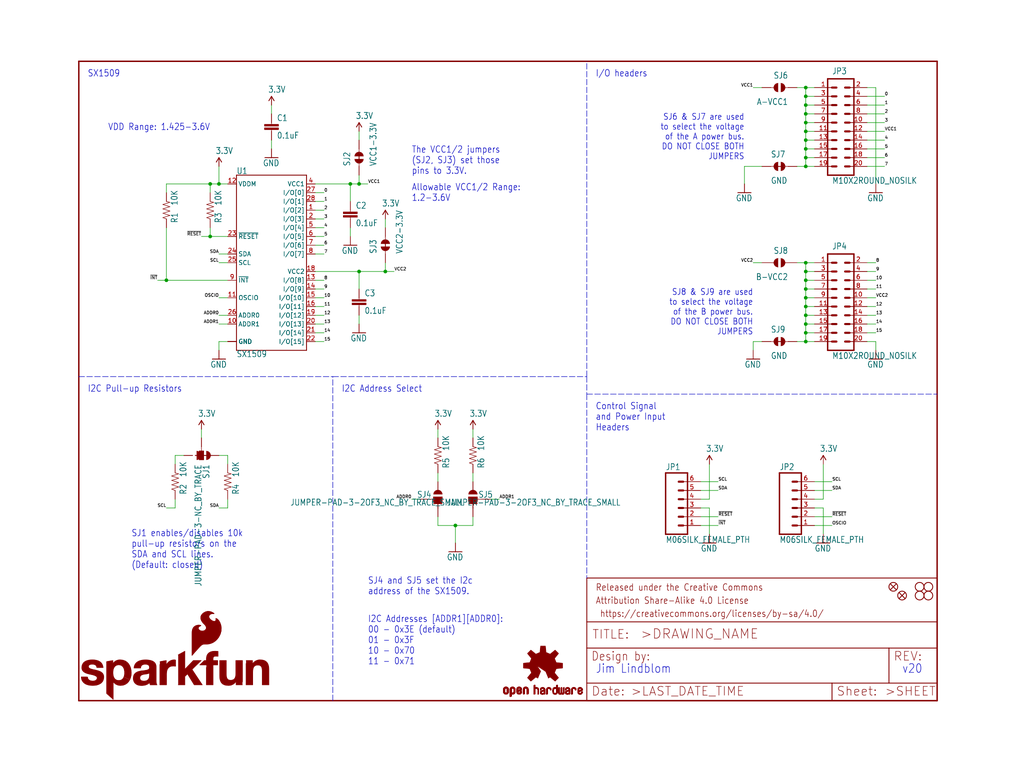
<source format=kicad_sch>
(kicad_sch (version 20211123) (generator eeschema)
  (paper "User" 297.002 223.926)
  (lib_symbols
    (symbol "eagleSchem-eagle-import:0.1UF-25V(+80{slash}-20%)(0603)"
      (property "Reference" "C" (at 1.524 2.921 0))
      (property "Value" "0.1UF-25V(+80{slash}-20%)(0603)" (at 1.524 -2.159 0))
      (symbol "0.1UF-25V(+80{slash}-20%)(0603)_1_0"
        (pin passive line (at 0 5.08 270) (length 2.54) (name "1") (number "1"))
        (pin passive line (at 0 -2.54 90) (length 2.54) (name "2") (number "2"))
      )
    )
    (symbol "eagleSchem-eagle-import:10KOHM-1{slash}10W-1%(0603)0603"
      (property "Reference" "R" (at -3.81 1.4986 0))
      (property "Value" "10KOHM-1{slash}10W-1%(0603)0603" (at -3.81 -3.302 0))
      (symbol "10KOHM-1{slash}10W-1%(0603)0603_1_0"
        (pin passive line (at -5.08 0 0) (length 2.54) (name "1") (number "1"))
        (pin passive line (at 5.08 0 180) (length 2.54) (name "2") (number "2"))
      )
    )
    (symbol "eagleSchem-eagle-import:3.3V" (power)
      (property "Value" "3.3V" (at -1.016 3.556 0))
      (symbol "3.3V_1_0"
        (pin power_in line (at 0 0 90) (length 2.54) (name "3.3V") (number "1"))
      )
    )
    (symbol "eagleSchem-eagle-import:FIDUCIAL1X2")
    (symbol "eagleSchem-eagle-import:FRAME-LETTER"
      (symbol "FRAME-LETTER_2_0"
        (text " https://creativecommons.org/licenses/by-sa/4.0/" (at 2.54 24.13 0) (effects (font (size 1.9304 1.6408)) (justify left bottom)))
        (text ">DRAWING_NAME" (at 15.494 17.78 0) (effects (font (size 2.7432 2.7432)) (justify left bottom)))
        (text ">LAST_DATE_TIME" (at 12.7 1.27 0) (effects (font (size 2.54 2.54)) (justify left bottom)))
        (text ">SHEET" (at 86.36 1.27 0) (effects (font (size 2.54 2.54)) (justify left bottom)))
        (text "Attribution Share-Alike 4.0 License" (at 2.54 27.94 0) (effects (font (size 1.9304 1.6408)) (justify left bottom)))
        (text "Date:" (at 1.27 1.27 0) (effects (font (size 2.54 2.54)) (justify left bottom)))
        (text "Design by:" (at 1.27 11.43 0) (effects (font (size 2.54 2.159)) (justify left bottom)))
        (text "Released under the Creative Commons" (at 2.54 31.75 0) (effects (font (size 1.9304 1.6408)) (justify left bottom)))
        (text "REV:" (at 88.9 11.43 0) (effects (font (size 2.54 2.54)) (justify left bottom)))
        (text "Sheet:" (at 72.39 1.27 0) (effects (font (size 2.54 2.54)) (justify left bottom)))
        (text "TITLE:" (at 1.524 17.78 0) (effects (font (size 2.54 2.54)) (justify left bottom)))
      )
    )
    (symbol "eagleSchem-eagle-import:GND" (power)
      (property "Value" "GND" (at -2.54 -2.54 0))
      (symbol "GND_1_0"
        (pin power_in line (at 0 2.54 270) (length 2.54) (name "GND") (number "1"))
      )
    )
    (symbol "eagleSchem-eagle-import:JUMPER-PAD-2-NC_BY_TRACE"
      (property "Reference" "SJ" (at -2.54 2.54 0))
      (property "Value" "JUMPER-PAD-2-NC_BY_TRACE" (at -2.54 -5.08 0))
      (symbol "JUMPER-PAD-2-NC_BY_TRACE_1_0"
        (pin passive line (at -5.08 0 0) (length 2.54) (name "1") (number "1"))
        (pin passive line (at 5.08 0 180) (length 2.54) (name "2") (number "2"))
      )
    )
    (symbol "eagleSchem-eagle-import:JUMPER-PAD-2-NC_BY_TRACENO_SILK"
      (property "Reference" "SJ" (at -2.54 2.54 0))
      (property "Value" "JUMPER-PAD-2-NC_BY_TRACENO_SILK" (at -2.54 -5.08 0))
      (symbol "JUMPER-PAD-2-NC_BY_TRACENO_SILK_1_0"
        (pin passive line (at -5.08 0 0) (length 2.54) (name "1") (number "1"))
        (pin passive line (at 5.08 0 180) (length 2.54) (name "2") (number "2"))
      )
    )
    (symbol "eagleSchem-eagle-import:JUMPER-PAD-2-NO"
      (property "Reference" "SJ" (at -2.54 2.54 0))
      (property "Value" "JUMPER-PAD-2-NO" (at -2.54 -5.08 0))
      (symbol "JUMPER-PAD-2-NO_1_0"
        (pin passive line (at -5.08 0 0) (length 2.54) (name "1") (number "1"))
        (pin passive line (at 5.08 0 180) (length 2.54) (name "2") (number "2"))
      )
    )
    (symbol "eagleSchem-eagle-import:JUMPER-PAD-3-2OF3_NC_BY_TRACE_SMALL"
      (property "Reference" "SJ" (at 2.54 0.381 0))
      (property "Value" "JUMPER-PAD-3-2OF3_NC_BY_TRACE_SMALL" (at 2.54 -1.905 0))
      (symbol "JUMPER-PAD-3-2OF3_NC_BY_TRACE_SMALL_1_0"
        (pin passive line (at 0 5.08 270) (length 2.54) (name "1") (number "1"))
        (pin passive line (at -5.08 0 0) (length 2.54) (name "2") (number "2"))
        (pin passive line (at 0 -5.08 90) (length 2.54) (name "3") (number "3"))
      )
    )
    (symbol "eagleSchem-eagle-import:JUMPER-PAD-3-NC_BY_TRACE"
      (property "Reference" "SJ" (at 2.54 0.381 0))
      (property "Value" "JUMPER-PAD-3-NC_BY_TRACE" (at 2.54 -1.905 0))
      (symbol "JUMPER-PAD-3-NC_BY_TRACE_1_0"
        (pin passive line (at 0 5.08 270) (length 2.54) (name "1") (number "1"))
        (pin passive line (at -5.08 0 0) (length 2.54) (name "2") (number "2"))
        (pin passive line (at 0 -5.08 90) (length 2.54) (name "3") (number "3"))
      )
    )
    (symbol "eagleSchem-eagle-import:M06SILK_FEMALE_PTH"
      (property "Reference" "JP" (at -5.08 10.922 0))
      (property "Value" "M06SILK_FEMALE_PTH" (at -5.08 -10.16 0))
      (symbol "M06SILK_FEMALE_PTH_1_0"
        (pin passive line (at 5.08 -5.08 180) (length 5.08) (name "1") (number "1"))
        (pin passive line (at 5.08 -2.54 180) (length 5.08) (name "2") (number "2"))
        (pin passive line (at 5.08 0 180) (length 5.08) (name "3") (number "3"))
        (pin passive line (at 5.08 2.54 180) (length 5.08) (name "4") (number "4"))
        (pin passive line (at 5.08 5.08 180) (length 5.08) (name "5") (number "5"))
        (pin passive line (at 5.08 7.62 180) (length 5.08) (name "6") (number "6"))
      )
    )
    (symbol "eagleSchem-eagle-import:M10X2ROUND_NOSILK"
      (property "Reference" "JP" (at -2.54 13.97 0))
      (property "Value" "M10X2ROUND_NOSILK" (at -2.54 -17.78 0))
      (symbol "M10X2ROUND_NOSILK_1_0"
        (pin passive line (at -7.62 10.16 0) (length 5.08) (name "1") (number "1"))
        (pin passive line (at 7.62 0 180) (length 5.08) (name "10") (number "10"))
        (pin passive line (at -7.62 -2.54 0) (length 5.08) (name "11") (number "11"))
        (pin passive line (at 7.62 -2.54 180) (length 5.08) (name "12") (number "12"))
        (pin passive line (at -7.62 -5.08 0) (length 5.08) (name "13") (number "13"))
        (pin passive line (at 7.62 -5.08 180) (length 5.08) (name "14") (number "14"))
        (pin passive line (at -7.62 -7.62 0) (length 5.08) (name "15") (number "15"))
        (pin passive line (at 7.62 -7.62 180) (length 5.08) (name "16") (number "16"))
        (pin passive line (at -7.62 -10.16 0) (length 5.08) (name "17") (number "17"))
        (pin passive line (at 7.62 -10.16 180) (length 5.08) (name "18") (number "18"))
        (pin passive line (at -7.62 -12.7 0) (length 5.08) (name "19") (number "19"))
        (pin passive line (at 7.62 10.16 180) (length 5.08) (name "2") (number "2"))
        (pin passive line (at 7.62 -12.7 180) (length 5.08) (name "20") (number "20"))
        (pin passive line (at -7.62 7.62 0) (length 5.08) (name "3") (number "3"))
        (pin passive line (at 7.62 7.62 180) (length 5.08) (name "4") (number "4"))
        (pin passive line (at -7.62 5.08 0) (length 5.08) (name "5") (number "5"))
        (pin passive line (at 7.62 5.08 180) (length 5.08) (name "6") (number "6"))
        (pin passive line (at -7.62 2.54 0) (length 5.08) (name "7") (number "7"))
        (pin passive line (at 7.62 2.54 180) (length 5.08) (name "8") (number "8"))
        (pin passive line (at -7.62 0 0) (length 5.08) (name "9") (number "9"))
      )
    )
    (symbol "eagleSchem-eagle-import:OSHW-LOGOS")
    (symbol "eagleSchem-eagle-import:SFE_LOGO_FLAME.1_INCH")
    (symbol "eagleSchem-eagle-import:SFE_LOGO_NAME_FLAME.1_INCH")
    (symbol "eagleSchem-eagle-import:STAND-OFF")
    (symbol "eagleSchem-eagle-import:SX1509"
      (property "Reference" "U" (at -10.16 25.654 0))
      (property "Value" "SX1509" (at -10.16 -27.432 0))
      (symbol "SX1509_1_0"
        (pin bidirectional line (at 12.7 15.24 180) (length 2.54) (name "I/O[2]") (number "1"))
        (pin bidirectional line (at -12.7 -17.78 0) (length 2.54) (name "ADDR1") (number "10"))
        (pin bidirectional line (at -12.7 -10.16 0) (length 2.54) (name "OSCIO") (number "11"))
        (pin bidirectional line (at -12.7 22.86 0) (length 2.54) (name "VDDM") (number "12"))
        (pin bidirectional line (at 12.7 -5.08 180) (length 2.54) (name "I/O[8]") (number "13"))
        (pin bidirectional line (at 12.7 -7.62 180) (length 2.54) (name "I/O[9]") (number "14"))
        (pin bidirectional line (at 12.7 -10.16 180) (length 2.54) (name "I/O[10]") (number "15"))
        (pin bidirectional line (at 12.7 -12.7 180) (length 2.54) (name "I/O[11]") (number "16"))
        (pin bidirectional line (at -12.7 -22.86 0) (length 2.54) (name "GND") (number "17"))
        (pin bidirectional line (at 12.7 -2.54 180) (length 2.54) (name "VCC2") (number "18"))
        (pin bidirectional line (at 12.7 -15.24 180) (length 2.54) (name "I/O[12]") (number "19"))
        (pin bidirectional line (at 12.7 12.7 180) (length 2.54) (name "I/O[3]") (number "2"))
        (pin bidirectional line (at 12.7 -17.78 180) (length 2.54) (name "I/O[13]") (number "20"))
        (pin bidirectional line (at 12.7 -20.32 180) (length 2.54) (name "I/O[14]") (number "21"))
        (pin bidirectional line (at 12.7 -22.86 180) (length 2.54) (name "I/O[15]") (number "22"))
        (pin bidirectional line (at -12.7 7.62 0) (length 2.54) (name "~{RESET}") (number "23"))
        (pin bidirectional line (at -12.7 2.54 0) (length 2.54) (name "SDA") (number "24"))
        (pin bidirectional line (at -12.7 0 0) (length 2.54) (name "SCL") (number "25"))
        (pin bidirectional line (at -12.7 -15.24 0) (length 2.54) (name "ADDR0") (number "26"))
        (pin bidirectional line (at 12.7 20.32 180) (length 2.54) (name "I/O[0]") (number "27"))
        (pin bidirectional line (at 12.7 17.78 180) (length 2.54) (name "I/O[1]") (number "28"))
        (pin bidirectional line (at -12.7 -22.86 0) (length 2.54) (name "GND") (number "29"))
        (pin bidirectional line (at -12.7 -22.86 0) (length 2.54) (name "GND") (number "3"))
        (pin bidirectional line (at 12.7 22.86 180) (length 2.54) (name "VCC1") (number "4"))
        (pin bidirectional line (at 12.7 10.16 180) (length 2.54) (name "I/O[4]") (number "5"))
        (pin bidirectional line (at 12.7 7.62 180) (length 2.54) (name "I/O[5]") (number "6"))
        (pin bidirectional line (at 12.7 5.08 180) (length 2.54) (name "I/O[6]") (number "7"))
        (pin bidirectional line (at 12.7 2.54 180) (length 2.54) (name "I/O[7]") (number "8"))
        (pin bidirectional line (at -12.7 -5.08 0) (length 2.54) (name "~{INT}") (number "9"))
      )
    )
  )
  (junction (at 233.68 43.18))
  (junction (at 233.68 35.56))
  (junction (at 233.68 38.1))
  (junction (at 233.68 93.98))
  (junction (at 60.96 68.58))
  (junction (at 233.68 88.9))
  (junction (at 60.96 53.34))
  (junction (at 132.08 152.4))
  (junction (at 101.6 53.34))
  (junction (at 233.68 27.94))
  (junction (at 111.76 78.74))
  (junction (at 233.68 81.28))
  (junction (at 233.68 25.4))
  (junction (at 233.68 83.82))
  (junction (at 233.68 86.36))
  (junction (at 233.68 40.64))
  (junction (at 233.68 45.72))
  (junction (at 48.26 81.28))
  (junction (at 233.68 99.06))
  (junction (at 104.14 53.34))
  (junction (at 233.68 76.2))
  (junction (at 233.68 78.74))
  (junction (at 233.68 48.26))
  (junction (at 104.14 78.74))
  (junction (at 233.68 33.02))
  (junction (at 233.68 30.48))
  (junction (at 233.68 91.44))
  (junction (at 233.68 96.52))
  (junction (at 63.5 53.34))
  (wire (pts (xy 233.68 40.64) (xy 233.68 43.18)))
  (wire (pts (xy 66.04 73.66) (xy 63.5 73.66)))
  (wire (pts (xy 63.5 53.34) (xy 63.5 48.26)))
  (wire (pts (xy 127 149.86) (xy 127 152.4)))
  (wire (pts (xy 236.22 45.72) (xy 233.68 45.72)))
  (wire (pts (xy 251.46 93.98) (xy 254 93.98)))
  (wire (pts (xy 91.44 63.5) (xy 93.98 63.5)))
  (wire (pts (xy 236.22 88.9) (xy 233.68 88.9)))
  (wire (pts (xy 236.22 152.4) (xy 241.3 152.4)))
  (wire (pts (xy 251.46 38.1) (xy 256.54 38.1)))
  (wire (pts (xy 233.68 33.02) (xy 233.68 35.56)))
  (wire (pts (xy 251.46 35.56) (xy 256.54 35.56)))
  (wire (pts (xy 66.04 93.98) (xy 63.5 93.98)))
  (wire (pts (xy 236.22 93.98) (xy 233.68 93.98)))
  (wire (pts (xy 91.44 53.34) (xy 101.6 53.34)))
  (wire (pts (xy 78.74 30.48) (xy 78.74 33.02)))
  (wire (pts (xy 236.22 38.1) (xy 233.68 38.1)))
  (wire (pts (xy 233.68 45.72) (xy 233.68 48.26)))
  (wire (pts (xy 101.6 53.34) (xy 104.14 53.34)))
  (wire (pts (xy 66.04 81.28) (xy 48.26 81.28)))
  (wire (pts (xy 101.6 68.58) (xy 101.6 66.04)))
  (wire (pts (xy 233.68 99.06) (xy 231.14 99.06)))
  (wire (pts (xy 91.44 68.58) (xy 93.98 68.58)))
  (wire (pts (xy 251.46 45.72) (xy 256.54 45.72)))
  (wire (pts (xy 236.22 78.74) (xy 233.68 78.74)))
  (polyline (pts (xy 22.86 109.22) (xy 96.52 109.22)))
  (wire (pts (xy 233.68 30.48) (xy 233.68 33.02)))
  (wire (pts (xy 91.44 66.04) (xy 93.98 66.04)))
  (wire (pts (xy 91.44 58.42) (xy 93.98 58.42)))
  (wire (pts (xy 233.68 25.4) (xy 231.14 25.4)))
  (wire (pts (xy 236.22 27.94) (xy 233.68 27.94)))
  (polyline (pts (xy 170.18 109.22) (xy 170.18 17.78)))
  (wire (pts (xy 233.68 91.44) (xy 233.68 93.98)))
  (wire (pts (xy 60.96 53.34) (xy 60.96 55.88)))
  (wire (pts (xy 66.04 132.08) (xy 63.5 132.08)))
  (wire (pts (xy 233.68 86.36) (xy 233.68 88.9)))
  (wire (pts (xy 50.8 134.62) (xy 50.8 132.08)))
  (wire (pts (xy 236.22 96.52) (xy 233.68 96.52)))
  (wire (pts (xy 233.68 83.82) (xy 233.68 86.36)))
  (wire (pts (xy 121.92 144.78) (xy 119.38 144.78)))
  (wire (pts (xy 238.76 147.32) (xy 238.76 154.94)))
  (wire (pts (xy 91.44 71.12) (xy 93.98 71.12)))
  (wire (pts (xy 236.22 147.32) (xy 238.76 147.32)))
  (wire (pts (xy 215.9 48.26) (xy 215.9 53.34)))
  (polyline (pts (xy 96.52 109.22) (xy 170.18 109.22)))
  (wire (pts (xy 66.04 147.32) (xy 66.04 144.78)))
  (wire (pts (xy 236.22 40.64) (xy 233.68 40.64)))
  (wire (pts (xy 220.98 25.4) (xy 218.44 25.4)))
  (wire (pts (xy 233.68 99.06) (xy 236.22 99.06)))
  (wire (pts (xy 91.44 60.96) (xy 93.98 60.96)))
  (wire (pts (xy 251.46 40.64) (xy 256.54 40.64)))
  (wire (pts (xy 233.68 35.56) (xy 233.68 38.1)))
  (wire (pts (xy 205.74 147.32) (xy 205.74 154.94)))
  (wire (pts (xy 251.46 99.06) (xy 254 99.06)))
  (wire (pts (xy 137.16 127) (xy 137.16 124.46)))
  (wire (pts (xy 132.08 157.48) (xy 132.08 152.4)))
  (wire (pts (xy 251.46 48.26) (xy 256.54 48.26)))
  (wire (pts (xy 203.2 149.86) (xy 208.28 149.86)))
  (wire (pts (xy 60.96 68.58) (xy 60.96 66.04)))
  (wire (pts (xy 48.26 81.28) (xy 45.72 81.28)))
  (wire (pts (xy 203.2 144.78) (xy 205.74 144.78)))
  (wire (pts (xy 233.68 78.74) (xy 233.68 81.28)))
  (wire (pts (xy 127 127) (xy 127 124.46)))
  (wire (pts (xy 104.14 53.34) (xy 106.68 53.34)))
  (wire (pts (xy 50.8 147.32) (xy 48.26 147.32)))
  (wire (pts (xy 66.04 76.2) (xy 63.5 76.2)))
  (wire (pts (xy 127 152.4) (xy 132.08 152.4)))
  (wire (pts (xy 63.5 99.06) (xy 63.5 101.6)))
  (wire (pts (xy 233.68 88.9) (xy 233.68 91.44)))
  (wire (pts (xy 233.68 96.52) (xy 233.68 99.06)))
  (wire (pts (xy 233.68 48.26) (xy 231.14 48.26)))
  (wire (pts (xy 63.5 53.34) (xy 60.96 53.34)))
  (wire (pts (xy 236.22 81.28) (xy 233.68 81.28)))
  (wire (pts (xy 251.46 43.18) (xy 256.54 43.18)))
  (wire (pts (xy 254 99.06) (xy 254 101.6)))
  (wire (pts (xy 236.22 83.82) (xy 233.68 83.82)))
  (wire (pts (xy 218.44 99.06) (xy 218.44 101.6)))
  (wire (pts (xy 205.74 144.78) (xy 205.74 134.62)))
  (wire (pts (xy 66.04 86.36) (xy 63.5 86.36)))
  (wire (pts (xy 50.8 147.32) (xy 50.8 144.78)))
  (wire (pts (xy 60.96 68.58) (xy 58.42 68.58)))
  (wire (pts (xy 236.22 30.48) (xy 233.68 30.48)))
  (wire (pts (xy 251.46 91.44) (xy 254 91.44)))
  (wire (pts (xy 236.22 139.7) (xy 241.3 139.7)))
  (wire (pts (xy 203.2 147.32) (xy 205.74 147.32)))
  (wire (pts (xy 91.44 86.36) (xy 93.98 86.36)))
  (wire (pts (xy 220.98 76.2) (xy 218.44 76.2)))
  (wire (pts (xy 91.44 88.9) (xy 93.98 88.9)))
  (wire (pts (xy 251.46 88.9) (xy 254 88.9)))
  (wire (pts (xy 137.16 152.4) (xy 137.16 149.86)))
  (wire (pts (xy 251.46 81.28) (xy 254 81.28)))
  (wire (pts (xy 91.44 96.52) (xy 93.98 96.52)))
  (wire (pts (xy 203.2 142.24) (xy 208.28 142.24)))
  (wire (pts (xy 236.22 43.18) (xy 233.68 43.18)))
  (wire (pts (xy 236.22 25.4) (xy 233.68 25.4)))
  (polyline (pts (xy 96.52 203.2) (xy 96.52 109.22)))
  (wire (pts (xy 91.44 93.98) (xy 93.98 93.98)))
  (wire (pts (xy 236.22 142.24) (xy 241.3 142.24)))
  (wire (pts (xy 251.46 78.74) (xy 254 78.74)))
  (polyline (pts (xy 170.18 114.3) (xy 271.78 114.3)))
  (wire (pts (xy 236.22 33.02) (xy 233.68 33.02)))
  (wire (pts (xy 127 139.7) (xy 127 137.16)))
  (wire (pts (xy 104.14 93.98) (xy 104.14 91.44)))
  (wire (pts (xy 104.14 53.34) (xy 104.14 50.8)))
  (wire (pts (xy 233.68 38.1) (xy 233.68 40.64)))
  (wire (pts (xy 91.44 81.28) (xy 93.98 81.28)))
  (wire (pts (xy 91.44 91.44) (xy 93.98 91.44)))
  (wire (pts (xy 91.44 78.74) (xy 104.14 78.74)))
  (wire (pts (xy 233.68 25.4) (xy 233.68 27.94)))
  (wire (pts (xy 104.14 78.74) (xy 104.14 83.82)))
  (wire (pts (xy 251.46 76.2) (xy 254 76.2)))
  (wire (pts (xy 233.68 27.94) (xy 233.68 30.48)))
  (polyline (pts (xy 170.18 109.22) (xy 170.18 114.3)))
  (wire (pts (xy 236.22 86.36) (xy 233.68 86.36)))
  (wire (pts (xy 91.44 55.88) (xy 93.98 55.88)))
  (wire (pts (xy 236.22 149.86) (xy 241.3 149.86)))
  (wire (pts (xy 78.74 43.18) (xy 78.74 40.64)))
  (wire (pts (xy 111.76 78.74) (xy 104.14 78.74)))
  (wire (pts (xy 66.04 99.06) (xy 63.5 99.06)))
  (wire (pts (xy 251.46 25.4) (xy 254 25.4)))
  (wire (pts (xy 233.68 76.2) (xy 233.68 78.74)))
  (wire (pts (xy 251.46 33.02) (xy 256.54 33.02)))
  (wire (pts (xy 66.04 53.34) (xy 63.5 53.34)))
  (wire (pts (xy 233.68 93.98) (xy 233.68 96.52)))
  (wire (pts (xy 48.26 55.88) (xy 48.26 53.34)))
  (wire (pts (xy 251.46 27.94) (xy 256.54 27.94)))
  (wire (pts (xy 58.42 124.46) (xy 58.42 127)))
  (wire (pts (xy 251.46 86.36) (xy 254 86.36)))
  (wire (pts (xy 137.16 139.7) (xy 137.16 137.16)))
  (wire (pts (xy 203.2 152.4) (xy 208.28 152.4)))
  (wire (pts (xy 91.44 99.06) (xy 93.98 99.06)))
  (wire (pts (xy 48.26 81.28) (xy 48.26 66.04)))
  (wire (pts (xy 220.98 99.06) (xy 218.44 99.06)))
  (wire (pts (xy 111.76 66.04) (xy 111.76 63.5)))
  (wire (pts (xy 101.6 53.34) (xy 101.6 58.42)))
  (wire (pts (xy 142.24 144.78) (xy 144.78 144.78)))
  (wire (pts (xy 236.22 144.78) (xy 238.76 144.78)))
  (wire (pts (xy 220.98 48.26) (xy 215.9 48.26)))
  (wire (pts (xy 91.44 73.66) (xy 93.98 73.66)))
  (wire (pts (xy 233.68 48.26) (xy 236.22 48.26)))
  (wire (pts (xy 66.04 68.58) (xy 60.96 68.58)))
  (wire (pts (xy 251.46 30.48) (xy 256.54 30.48)))
  (wire (pts (xy 236.22 35.56) (xy 233.68 35.56)))
  (wire (pts (xy 63.5 91.44) (xy 66.04 91.44)))
  (wire (pts (xy 66.04 134.62) (xy 66.04 132.08)))
  (wire (pts (xy 91.44 83.82) (xy 93.98 83.82)))
  (wire (pts (xy 251.46 96.52) (xy 254 96.52)))
  (wire (pts (xy 66.04 147.32) (xy 63.5 147.32)))
  (wire (pts (xy 236.22 76.2) (xy 233.68 76.2)))
  (wire (pts (xy 233.68 81.28) (xy 233.68 83.82)))
  (wire (pts (xy 236.22 91.44) (xy 233.68 91.44)))
  (wire (pts (xy 48.26 53.34) (xy 60.96 53.34)))
  (wire (pts (xy 233.68 43.18) (xy 233.68 45.72)))
  (wire (pts (xy 111.76 76.2) (xy 111.76 78.74)))
  (wire (pts (xy 251.46 83.82) (xy 254 83.82)))
  (wire (pts (xy 238.76 144.78) (xy 238.76 134.62)))
  (wire (pts (xy 233.68 76.2) (xy 231.14 76.2)))
  (wire (pts (xy 132.08 152.4) (xy 137.16 152.4)))
  (wire (pts (xy 50.8 132.08) (xy 53.34 132.08)))
  (polyline (pts (xy 170.18 114.3) (xy 170.18 167.64)))
  (wire (pts (xy 203.2 139.7) (xy 208.28 139.7)))
  (wire (pts (xy 254 25.4) (xy 254 53.34)))
  (wire (pts (xy 111.76 78.74) (xy 114.3 78.74)))
  (wire (pts (xy 104.14 40.64) (xy 104.14 38.1)))
  (text "SJ1 enables/disables 10k\npull-up resistors on the\nSDA and SCL lines.\n(Default: closed)" (at 38.1 165.1 0) (effects (font (size 1.905 1.6192)) (justify left bottom)))
  (text "SJ6 & SJ7 are used\nto select the voltage\nof the A power bus.\nDO NOT CLOSE BOTH\nJUMPERS~{}" (at 215.9 33.02 0) (effects (font (size 1.778 1.5113)) (justify right top)))
  (text "Jim Lindblom" (at 172.72 195.58 180) (effects (font (size 2.54 2.159)) (justify left bottom)))
  (text "VDD Range: 1.425-3.6V" (at 60.96 38.1 180) (effects (font (size 1.905 1.6192)) (justify right bottom)))
  (text "I2C Pull-up Resistors" (at 25.4 111.76 180) (effects (font (size 1.905 1.6192)) (justify left top)))
  (text "The VCC1/2 jumpers\n(SJ2, SJ3) set those\npins to 3.3V." (at 119.38 50.8 0) (effects (font (size 1.905 1.6192)) (justify left bottom)))
  (text "v20" (at 261.62 195.58 180) (effects (font (size 2.54 2.159)) (justify left bottom)))
  (text "I/O headers" (at 172.72 20.32 180) (effects (font (size 1.905 1.6192)) (justify left top)))
  (text "SJ4 and SJ5 set the I2c\naddress of the SX1509." (at 106.68 172.72 180) (effects (font (size 1.905 1.6192)) (justify left bottom)))
  (text "Allowable VCC1/2 Range:\n1.2-3.6V" (at 119.38 53.34 180) (effects (font (size 1.905 1.6192)) (justify left top)))
  (text "I2C Addresses [ADDR1][ADDR0]:\n00 - 0x3E (default)\n01 - 0x3F\n10 - 0x70\n11 - 0x71" (at 106.68 193.04 0) (effects (font (size 1.905 1.6192)) (justify left bottom)))
  (text "SX1509" (at 25.4 20.32 180) (effects (font (size 1.905 1.6192)) (justify left top)))
  (text "I2C Address Select" (at 99.06 111.76 180) (effects (font (size 1.905 1.6192)) (justify left top)))
  (text "SJ8 & SJ9 are used\nto select the voltage\nof the B power bus.\nDO NOT CLOSE BOTH\nJUMPERS~{}" (at 218.44 83.82 0) (effects (font (size 1.778 1.5113)) (justify right top)))
  (text "Control Signal\nand Power Input\nHeaders" (at 172.72 116.84 180) (effects (font (size 1.905 1.6192)) (justify left top)))
  (label "ADDR1" (at 63.5 93.98 180) (effects (font (size 0.889 0.889))))
  (label "SCL" (at 241.3 139.7 0) (effects (font (size 0.889 0.889))))
  (label "SDA" (at 241.3 142.24 0) (effects (font (size 0.889 0.889))))
  (label "VCC1" (at 256.54 38.1 0) (effects (font (size 0.889 0.889))))
  (label "3" (at 256.54 35.56 0) (effects (font (size 0.889 0.889))))
  (label "~{INT}" (at 208.28 152.4 0) (effects (font (size 0.889 0.889))))
  (label "11" (at 93.98 88.9 0) (effects (font (size 0.889 0.889))))
  (label "2" (at 93.98 60.96 0) (effects (font (size 0.889 0.889))))
  (label "14" (at 93.98 96.52 0) (effects (font (size 0.889 0.889))))
  (label "SCL" (at 48.26 147.32 180) (effects (font (size 0.889 0.889))))
  (label "9" (at 93.98 83.82 0) (effects (font (size 0.889 0.889))))
  (label "ADDR1" (at 144.78 144.78 0) (effects (font (size 0.889 0.889))))
  (label "SDA" (at 63.5 73.66 180) (effects (font (size 0.889 0.889))))
  (label "6" (at 256.54 45.72 0) (effects (font (size 0.889 0.889))))
  (label "5" (at 256.54 43.18 0) (effects (font (size 0.889 0.889))))
  (label "0" (at 93.98 55.88 0) (effects (font (size 0.889 0.889))))
  (label "10" (at 93.98 86.36 0) (effects (font (size 0.889 0.889))))
  (label "10" (at 254 81.28 0) (effects (font (size 0.889 0.889))))
  (label "8" (at 254 76.2 0) (effects (font (size 0.889 0.889))))
  (label "1" (at 256.54 30.48 0) (effects (font (size 0.889 0.889))))
  (label "~{RESET}" (at 241.3 149.86 0) (effects (font (size 0.889 0.889))))
  (label "5" (at 93.98 68.58 0) (effects (font (size 0.889 0.889))))
  (label "ADDR0" (at 119.38 144.78 180) (effects (font (size 0.889 0.889))))
  (label "12" (at 254 88.9 0) (effects (font (size 0.889 0.889))))
  (label "4" (at 256.54 40.64 0) (effects (font (size 0.889 0.889))))
  (label "6" (at 93.98 71.12 0) (effects (font (size 0.889 0.889))))
  (label "VCC1" (at 106.68 53.34 0) (effects (font (size 0.889 0.889))))
  (label "VCC2" (at 254 86.36 0) (effects (font (size 0.889 0.889))))
  (label "VCC2" (at 114.3 78.74 0) (effects (font (size 0.889 0.889))))
  (label "7" (at 256.54 48.26 0) (effects (font (size 0.889 0.889))))
  (label "SCL" (at 208.28 139.7 0) (effects (font (size 0.889 0.889))))
  (label "0" (at 256.54 27.94 0) (effects (font (size 0.889 0.889))))
  (label "1" (at 93.98 58.42 0) (effects (font (size 0.889 0.889))))
  (label "OSCIO" (at 63.5 86.36 180) (effects (font (size 0.889 0.889))))
  (label "~{INT}" (at 45.72 81.28 180) (effects (font (size 0.889 0.889))))
  (label "14" (at 254 93.98 0) (effects (font (size 0.889 0.889))))
  (label "OSCIO" (at 241.3 152.4 0) (effects (font (size 0.889 0.889))))
  (label "~{RESET}" (at 208.28 149.86 0) (effects (font (size 0.889 0.889))))
  (label "SDA" (at 63.5 147.32 180) (effects (font (size 0.889 0.889))))
  (label "VCC1" (at 218.44 25.4 180) (effects (font (size 0.889 0.889))))
  (label "~{RESET}" (at 58.42 68.58 180) (effects (font (size 0.889 0.889))))
  (label "ADDR0" (at 63.5 91.44 180) (effects (font (size 0.889 0.889))))
  (label "2" (at 256.54 33.02 0) (effects (font (size 0.889 0.889))))
  (label "15" (at 254 96.52 0) (effects (font (size 0.889 0.889))))
  (label "SDA" (at 208.28 142.24 0) (effects (font (size 0.889 0.889))))
  (label "8" (at 93.98 81.28 0) (effects (font (size 0.889 0.889))))
  (label "12" (at 93.98 91.44 0) (effects (font (size 0.889 0.889))))
  (label "13" (at 93.98 93.98 0) (effects (font (size 0.889 0.889))))
  (label "SCL" (at 63.5 76.2 180) (effects (font (size 0.889 0.889))))
  (label "15" (at 93.98 99.06 0) (effects (font (size 0.889 0.889))))
  (label "13" (at 254 91.44 0) (effects (font (size 0.889 0.889))))
  (label "3" (at 93.98 63.5 0) (effects (font (size 0.889 0.889))))
  (label "7" (at 93.98 73.66 0) (effects (font (size 0.889 0.889))))
  (label "4" (at 93.98 66.04 0) (effects (font (size 0.889 0.889))))
  (label "9" (at 254 78.74 0) (effects (font (size 0.889 0.889))))
  (label "VCC2" (at 218.44 76.2 180) (effects (font (size 0.889 0.889))))
  (label "11" (at 254 83.82 0) (effects (font (size 0.889 0.889))))
  (symbol (lib_id "eagleSchem-eagle-import:M10X2ROUND_NOSILK") (at 243.84 35.56 0) (unit 1)
    (property "Reference" "JP3" (at 241.3 21.59 0) (effects (font (size 1.778 1.5113)) (justify left bottom)))
    (property "Value" "M10X2ROUND_NOSILK" (at 241.3 53.34 0) (effects (font (size 1.778 1.5113)) (justify left bottom)))
    (property "Footprint" "eagleSchem:2X10_ROUND_NOSILK" (effects hide))
  )
  (symbol (lib_id "eagleSchem-eagle-import:3.3V") (at 137.16 124.46 0) (unit 1)
    (property "Reference" "#SUPPLY7" (effects hide))
    (property "Value" "3.3V" (at 136.144 120.904 0) (effects (font (size 1.778 1.5113)) (justify left bottom)))
    (property "Footprint" "eagleSchem:" (effects hide))
  )
  (symbol (lib_id "eagleSchem-eagle-import:GND") (at 254 104.14 0) (unit 1)
    (property "Reference" "#GND9" (effects hide))
    (property "Value" "GND" (at 251.46 106.68 0) (effects (font (size 1.778 1.5113)) (justify left bottom)))
    (property "Footprint" "eagleSchem:" (effects hide))
  )
  (symbol (lib_id "eagleSchem-eagle-import:10KOHM-1{slash}10W-1%(0603)0603") (at 48.26 60.96 90) (unit 1)
    (property "Reference" "R1" (at 51.5874 64.77 0) (effects (font (size 1.778 1.5113)) (justify left bottom)))
    (property "Value" "10K" (at 51.562 59.69 0) (effects (font (size 1.778 1.5113)) (justify left bottom)))
    (property "Footprint" "eagleSchem:0603-RES" (effects hide))
  )
  (symbol (lib_id "eagleSchem-eagle-import:10KOHM-1{slash}10W-1%(0603)0603") (at 60.96 60.96 90) (unit 1)
    (property "Reference" "R3" (at 64.2874 64.77 0) (effects (font (size 1.778 1.5113)) (justify left bottom)))
    (property "Value" "10K" (at 64.262 59.69 0) (effects (font (size 1.778 1.5113)) (justify left bottom)))
    (property "Footprint" "eagleSchem:0603-RES" (effects hide))
  )
  (symbol (lib_id "eagleSchem-eagle-import:FIDUCIAL1X2") (at 261.62 172.72 0) (unit 1)
    (property "Reference" "JP10" (effects hide))
    (property "Value" "FIDUCIAL1X2" (effects hide))
    (property "Footprint" "eagleSchem:FIDUCIAL-1X2" (effects hide))
  )
  (symbol (lib_id "eagleSchem-eagle-import:GND") (at 104.14 96.52 0) (unit 1)
    (property "Reference" "#GND4" (effects hide))
    (property "Value" "GND" (at 101.6 99.06 0) (effects (font (size 1.778 1.5113)) (justify left bottom)))
    (property "Footprint" "eagleSchem:" (effects hide))
  )
  (symbol (lib_id "eagleSchem-eagle-import:SFE_LOGO_FLAME.1_INCH") (at 55.372 190.5 0) (unit 1)
    (property "Reference" "LOGO2" (effects hide))
    (property "Value" "SFE_LOGO_FLAME.1_INCH" (effects hide))
    (property "Footprint" "eagleSchem:SFE_LOGO_FLAME_.1" (effects hide))
  )
  (symbol (lib_id "eagleSchem-eagle-import:GND") (at 63.5 104.14 0) (unit 1)
    (property "Reference" "#GND1" (effects hide))
    (property "Value" "GND" (at 60.96 106.68 0) (effects (font (size 1.778 1.5113)) (justify left bottom)))
    (property "Footprint" "eagleSchem:" (effects hide))
  )
  (symbol (lib_id "eagleSchem-eagle-import:0.1UF-25V(+80{slash}-20%)(0603)") (at 78.74 38.1 0) (unit 1)
    (property "Reference" "C1" (at 80.264 35.179 0) (effects (font (size 1.778 1.5113)) (justify left bottom)))
    (property "Value" "0.1uF" (at 80.264 40.259 0) (effects (font (size 1.778 1.5113)) (justify left bottom)))
    (property "Footprint" "eagleSchem:0603-CAP" (effects hide))
  )
  (symbol (lib_id "eagleSchem-eagle-import:10KOHM-1{slash}10W-1%(0603)0603") (at 127 132.08 90) (unit 1)
    (property "Reference" "R5" (at 130.3274 135.89 0) (effects (font (size 1.778 1.5113)) (justify left bottom)))
    (property "Value" "10K" (at 130.302 130.81 0) (effects (font (size 1.778 1.5113)) (justify left bottom)))
    (property "Footprint" "eagleSchem:0603-RES" (effects hide))
  )
  (symbol (lib_id "eagleSchem-eagle-import:SFE_LOGO_NAME_FLAME.1_INCH") (at 22.86 203.2 0) (unit 1)
    (property "Reference" "LOGO1" (effects hide))
    (property "Value" "SFE_LOGO_NAME_FLAME.1_INCH" (effects hide))
    (property "Footprint" "eagleSchem:SFE_LOGO_NAME_FLAME_.1" (effects hide))
  )
  (symbol (lib_id "eagleSchem-eagle-import:GND") (at 218.44 104.14 0) (unit 1)
    (property "Reference" "#GND10" (effects hide))
    (property "Value" "GND" (at 215.9 106.68 0) (effects (font (size 1.778 1.5113)) (justify left bottom)))
    (property "Footprint" "eagleSchem:" (effects hide))
  )
  (symbol (lib_id "eagleSchem-eagle-import:JUMPER-PAD-2-NC_BY_TRACENO_SILK") (at 226.06 48.26 0) (unit 1)
    (property "Reference" "SJ7" (at 223.52 45.72 0) (effects (font (size 1.778 1.5113)) (justify left bottom)))
    (property "Value" "GND" (at 223.52 53.34 0) (effects (font (size 1.778 1.5113)) (justify left bottom)))
    (property "Footprint" "eagleSchem:PAD-JUMPER-2-NC_BY_TRACE_NO_SILK" (effects hide))
  )
  (symbol (lib_id "eagleSchem-eagle-import:GND") (at 132.08 160.02 0) (unit 1)
    (property "Reference" "#GND5" (effects hide))
    (property "Value" "GND" (at 129.54 162.56 0) (effects (font (size 1.778 1.5113)) (justify left bottom)))
    (property "Footprint" "eagleSchem:" (effects hide))
  )
  (symbol (lib_id "eagleSchem-eagle-import:GND") (at 205.74 157.48 0) (unit 1)
    (property "Reference" "#GND6" (effects hide))
    (property "Value" "GND" (at 203.2 160.02 0) (effects (font (size 1.778 1.5113)) (justify left bottom)))
    (property "Footprint" "eagleSchem:" (effects hide))
  )
  (symbol (lib_id "eagleSchem-eagle-import:3.3V") (at 205.74 134.62 0) (unit 1)
    (property "Reference" "#SUPPLY8" (effects hide))
    (property "Value" "3.3V" (at 204.724 131.064 0) (effects (font (size 1.778 1.5113)) (justify left bottom)))
    (property "Footprint" "eagleSchem:" (effects hide))
  )
  (symbol (lib_id "eagleSchem-eagle-import:GND") (at 78.74 45.72 0) (unit 1)
    (property "Reference" "#GND2" (effects hide))
    (property "Value" "GND" (at 76.2 48.26 0) (effects (font (size 1.778 1.5113)) (justify left bottom)))
    (property "Footprint" "eagleSchem:" (effects hide))
  )
  (symbol (lib_id "eagleSchem-eagle-import:M06SILK_FEMALE_PTH") (at 198.12 147.32 0) (unit 1)
    (property "Reference" "JP1" (at 193.04 136.398 0) (effects (font (size 1.778 1.5113)) (justify left bottom)))
    (property "Value" "M06SILK_FEMALE_PTH" (at 193.04 157.48 0) (effects (font (size 1.778 1.5113)) (justify left bottom)))
    (property "Footprint" "eagleSchem:1X06" (effects hide))
  )
  (symbol (lib_id "eagleSchem-eagle-import:GND") (at 254 55.88 0) (unit 1)
    (property "Reference" "#GND7" (effects hide))
    (property "Value" "GND" (at 251.46 58.42 0) (effects (font (size 1.778 1.5113)) (justify left bottom)))
    (property "Footprint" "eagleSchem:" (effects hide))
  )
  (symbol (lib_id "eagleSchem-eagle-import:SX1509") (at 78.74 76.2 0) (unit 1)
    (property "Reference" "U1" (at 68.58 50.546 0) (effects (font (size 1.778 1.5113)) (justify left bottom)))
    (property "Value" "SX1509" (at 68.58 103.632 0) (effects (font (size 1.778 1.5113)) (justify left bottom)))
    (property "Footprint" "eagleSchem:QFN-28" (effects hide))
  )
  (symbol (lib_id "eagleSchem-eagle-import:3.3V") (at 104.14 38.1 0) (unit 1)
    (property "Reference" "#SUPPLY4" (effects hide))
    (property "Value" "3.3V" (at 103.124 34.544 0) (effects (font (size 1.778 1.5113)) (justify left bottom)))
    (property "Footprint" "eagleSchem:" (effects hide))
  )
  (symbol (lib_id "eagleSchem-eagle-import:10KOHM-1{slash}10W-1%(0603)0603") (at 66.04 139.7 90) (unit 1)
    (property "Reference" "R4" (at 69.3674 143.51 0) (effects (font (size 1.778 1.5113)) (justify left bottom)))
    (property "Value" "10K" (at 69.342 138.43 0) (effects (font (size 1.778 1.5113)) (justify left bottom)))
    (property "Footprint" "eagleSchem:0603-RES" (effects hide))
  )
  (symbol (lib_id "eagleSchem-eagle-import:FRAME-LETTER") (at 22.86 203.2 0) (unit 1)
    (property "Reference" "FRAME1" (effects hide))
    (property "Value" "FRAME-LETTER" (effects hide))
    (property "Footprint" "eagleSchem:CREATIVE_COMMONS" (effects hide))
  )
  (symbol (lib_id "eagleSchem-eagle-import:0.1UF-25V(+80{slash}-20%)(0603)") (at 101.6 63.5 0) (unit 1)
    (property "Reference" "C2" (at 103.124 60.579 0) (effects (font (size 1.778 1.5113)) (justify left bottom)))
    (property "Value" "0.1uF" (at 103.124 65.659 0) (effects (font (size 1.778 1.5113)) (justify left bottom)))
    (property "Footprint" "eagleSchem:0603-CAP" (effects hide))
  )
  (symbol (lib_id "eagleSchem-eagle-import:3.3V") (at 63.5 48.26 0) (unit 1)
    (property "Reference" "#SUPPLY2" (effects hide))
    (property "Value" "3.3V" (at 62.484 44.704 0) (effects (font (size 1.778 1.5113)) (justify left bottom)))
    (property "Footprint" "eagleSchem:" (effects hide))
  )
  (symbol (lib_id "eagleSchem-eagle-import:0.1UF-25V(+80{slash}-20%)(0603)") (at 104.14 88.9 0) (unit 1)
    (property "Reference" "C3" (at 105.664 85.979 0) (effects (font (size 1.778 1.5113)) (justify left bottom)))
    (property "Value" "0.1uF" (at 105.664 91.059 0) (effects (font (size 1.778 1.5113)) (justify left bottom)))
    (property "Footprint" "eagleSchem:0603-CAP" (effects hide))
  )
  (symbol (lib_id "eagleSchem-eagle-import:3.3V") (at 78.74 30.48 0) (unit 1)
    (property "Reference" "#SUPPLY3" (effects hide))
    (property "Value" "3.3V" (at 77.724 26.924 0) (effects (font (size 1.778 1.5113)) (justify left bottom)))
    (property "Footprint" "eagleSchem:" (effects hide))
  )
  (symbol (lib_id "eagleSchem-eagle-import:3.3V") (at 58.42 124.46 0) (unit 1)
    (property "Reference" "#SUPPLY1" (effects hide))
    (property "Value" "3.3V" (at 57.404 120.904 0) (effects (font (size 1.778 1.5113)) (justify left bottom)))
    (property "Footprint" "eagleSchem:" (effects hide))
  )
  (symbol (lib_id "eagleSchem-eagle-import:GND") (at 238.76 157.48 0) (unit 1)
    (property "Reference" "#GND11" (effects hide))
    (property "Value" "GND" (at 236.22 160.02 0) (effects (font (size 1.778 1.5113)) (justify left bottom)))
    (property "Footprint" "eagleSchem:" (effects hide))
  )
  (symbol (lib_id "eagleSchem-eagle-import:FIDUCIAL1X2") (at 259.08 170.18 0) (unit 1)
    (property "Reference" "JP9" (effects hide))
    (property "Value" "FIDUCIAL1X2" (effects hide))
    (property "Footprint" "eagleSchem:FIDUCIAL-1X2" (effects hide))
  )
  (symbol (lib_id "eagleSchem-eagle-import:3.3V") (at 127 124.46 0) (unit 1)
    (property "Reference" "#SUPPLY6" (effects hide))
    (property "Value" "3.3V" (at 125.984 120.904 0) (effects (font (size 1.778 1.5113)) (justify left bottom)))
    (property "Footprint" "eagleSchem:" (effects hide))
  )
  (symbol (lib_id "eagleSchem-eagle-import:JUMPER-PAD-2-NO") (at 226.06 25.4 0) (mirror y) (unit 1)
    (property "Reference" "SJ6" (at 228.6 22.86 0) (effects (font (size 1.778 1.5113)) (justify left bottom)))
    (property "Value" "A-VCC1" (at 228.6 30.48 0) (effects (font (size 1.778 1.5113)) (justify left bottom)))
    (property "Footprint" "eagleSchem:PAD-JUMPER-2-NO_NO_SILK" (effects hide))
  )
  (symbol (lib_id "eagleSchem-eagle-import:STAND-OFF") (at 269.24 170.18 0) (unit 1)
    (property "Reference" "STANDOFF3" (effects hide))
    (property "Value" "STAND-OFF" (effects hide))
    (property "Footprint" "eagleSchem:STAND-OFF" (effects hide))
  )
  (symbol (lib_id "eagleSchem-eagle-import:JUMPER-PAD-2-NC_BY_TRACENO_SILK") (at 226.06 99.06 0) (unit 1)
    (property "Reference" "SJ9" (at 223.52 96.52 0) (effects (font (size 1.778 1.5113)) (justify left bottom)))
    (property "Value" "GND" (at 223.52 104.14 0) (effects (font (size 1.778 1.5113)) (justify left bottom)))
    (property "Footprint" "eagleSchem:PAD-JUMPER-2-NC_BY_TRACE_NO_SILK" (effects hide))
  )
  (symbol (lib_id "eagleSchem-eagle-import:OSHW-LOGOS") (at 157.48 193.04 0) (unit 1)
    (property "Reference" "LOGO3" (effects hide))
    (property "Value" "OSHW-LOGOS" (effects hide))
    (property "Footprint" "eagleSchem:OSHW-LOGO-S" (effects hide))
  )
  (symbol (lib_id "eagleSchem-eagle-import:M06SILK_FEMALE_PTH") (at 231.14 147.32 0) (unit 1)
    (property "Reference" "JP2" (at 226.06 136.398 0) (effects (font (size 1.778 1.5113)) (justify left bottom)))
    (property "Value" "M06SILK_FEMALE_PTH" (at 226.06 157.48 0) (effects (font (size 1.778 1.5113)) (justify left bottom)))
    (property "Footprint" "eagleSchem:1X06" (effects hide))
  )
  (symbol (lib_id "eagleSchem-eagle-import:STAND-OFF") (at 269.24 172.72 0) (unit 1)
    (property "Reference" "STANDOFF4" (effects hide))
    (property "Value" "STAND-OFF" (effects hide))
    (property "Footprint" "eagleSchem:STAND-OFF" (effects hide))
  )
  (symbol (lib_id "eagleSchem-eagle-import:3.3V") (at 111.76 63.5 0) (unit 1)
    (property "Reference" "#SUPPLY5" (effects hide))
    (property "Value" "3.3V" (at 110.744 59.944 0) (effects (font (size 1.778 1.5113)) (justify left bottom)))
    (property "Footprint" "eagleSchem:" (effects hide))
  )
  (symbol (lib_id "eagleSchem-eagle-import:10KOHM-1{slash}10W-1%(0603)0603") (at 50.8 139.7 90) (unit 1)
    (property "Reference" "R2" (at 54.1274 143.51 0) (effects (font (size 1.778 1.5113)) (justify left bottom)))
    (property "Value" "10K" (at 54.102 138.43 0) (effects (font (size 1.778 1.5113)) (justify left bottom)))
    (property "Footprint" "eagleSchem:0603-RES" (effects hide))
  )
  (symbol (lib_id "eagleSchem-eagle-import:STAND-OFF") (at 266.7 170.18 0) (unit 1)
    (property "Reference" "STANDOFF1" (effects hide))
    (property "Value" "STAND-OFF" (effects hide))
    (property "Footprint" "eagleSchem:STAND-OFF" (effects hide))
  )
  (symbol (lib_id "eagleSchem-eagle-import:GND") (at 215.9 55.88 0) (unit 1)
    (property "Reference" "#GND8" (effects hide))
    (property "Value" "GND" (at 213.36 58.42 0) (effects (font (size 1.778 1.5113)) (justify left bottom)))
    (property "Footprint" "eagleSchem:" (effects hide))
  )
  (symbol (lib_id "eagleSchem-eagle-import:3.3V") (at 238.76 134.62 0) (unit 1)
    (property "Reference" "#SUPPLY9" (effects hide))
    (property "Value" "3.3V" (at 237.744 131.064 0) (effects (font (size 1.778 1.5113)) (justify left bottom)))
    (property "Footprint" "eagleSchem:" (effects hide))
  )
  (symbol (lib_id "eagleSchem-eagle-import:STAND-OFF") (at 266.7 172.72 0) (unit 1)
    (property "Reference" "STANDOFF2" (effects hide))
    (property "Value" "STAND-OFF" (effects hide))
    (property "Footprint" "eagleSchem:STAND-OFF" (effects hide))
  )
  (symbol (lib_id "eagleSchem-eagle-import:JUMPER-PAD-2-NC_BY_TRACE") (at 104.14 45.72 90) (unit 1)
    (property "Reference" "SJ2" (at 101.6 48.26 0) (effects (font (size 1.778 1.5113)) (justify left bottom)))
    (property "Value" "VCC1-3.3V" (at 109.22 48.26 0) (effects (font (size 1.778 1.5113)) (justify left bottom)))
    (property "Footprint" "eagleSchem:PAD-JUMPER-2-NC_BY_TRACE_YES_SILK" (effects hide))
  )
  (symbol (lib_id "eagleSchem-eagle-import:FRAME-LETTER") (at 170.18 203.2 0) (unit 2)
    (property "Reference" "FRAME1" (effects hide))
    (property "Value" "FRAME-LETTER" (effects hide))
    (property "Footprint" "eagleSchem:CREATIVE_COMMONS" (effects hide))
  )
  (symbol (lib_id "eagleSchem-eagle-import:JUMPER-PAD-2-NO") (at 226.06 76.2 0) (mirror y) (unit 1)
    (property "Reference" "SJ8" (at 228.6 73.66 0) (effects (font (size 1.778 1.5113)) (justify left bottom)))
    (property "Value" "B-VCC2" (at 228.6 81.28 0) (effects (font (size 1.778 1.5113)) (justify left bottom)))
    (property "Footprint" "eagleSchem:PAD-JUMPER-2-NO_NO_SILK" (effects hide))
  )
  (symbol (lib_id "eagleSchem-eagle-import:GND") (at 101.6 71.12 0) (unit 1)
    (property "Reference" "#GND3" (effects hide))
    (property "Value" "GND" (at 99.06 73.66 0) (effects (font (size 1.778 1.5113)) (justify left bottom)))
    (property "Footprint" "eagleSchem:" (effects hide))
  )
  (symbol (lib_id "eagleSchem-eagle-import:JUMPER-PAD-3-NC_BY_TRACE") (at 58.42 132.08 270) (unit 1)
    (property "Reference" "SJ1" (at 58.801 134.62 0) (effects (font (size 1.778 1.5113)) (justify left bottom)))
    (property "Value" "JUMPER-PAD-3-NC_BY_TRACE" (at 56.515 134.62 0) (effects (font (size 1.778 1.5113)) (justify left bottom)))
    (property "Footprint" "eagleSchem:PAD-JUMPER-3-3OF3_NC_BY_TRACE_YES_SILK_FULL_BOX" (effects hide))
  )
  (symbol (lib_id "eagleSchem-eagle-import:JUMPER-PAD-2-NC_BY_TRACE") (at 111.76 71.12 90) (unit 1)
    (property "Reference" "SJ3" (at 109.22 73.66 0) (effects (font (size 1.778 1.5113)) (justify left bottom)))
    (property "Value" "VCC2-3.3V" (at 116.84 73.66 0) (effects (font (size 1.778 1.5113)) (justify left bottom)))
    (property "Footprint" "eagleSchem:PAD-JUMPER-2-NC_BY_TRACE_YES_SILK" (effects hide))
  )
  (symbol (lib_id "eagleSchem-eagle-import:JUMPER-PAD-3-2OF3_NC_BY_TRACE_SMALL") (at 137.16 144.78 0) (mirror y) (unit 1)
    (property "Reference" "SJ5" (at 138.684 144.399 0) (effects (font (size 1.778 1.5113)) (justify right bottom)))
    (property "Value" "JUMPER-PAD-3-2OF3_NC_BY_TRACE_SMALL" (at 134.62 146.685 0) (effects (font (size 1.778 1.5113)) (justify left bottom)))
    (property "Footprint" "eagleSchem:PAD-JUMPER-3-2OF3_NC_BY_TRACE_YES_SILK_FULL_BOX" (effects hide))
  )
  (symbol (lib_id "eagleSchem-eagle-import:M10X2ROUND_NOSILK") (at 243.84 86.36 0) (unit 1)
    (property "Reference" "JP4" (at 241.3 72.39 0) (effects (font (size 1.778 1.5113)) (justify left bottom)))
    (property "Value" "M10X2ROUND_NOSILK" (at 241.3 104.14 0) (effects (font (size 1.778 1.5113)) (justify left bottom)))
    (property "Footprint" "eagleSchem:2X10_ROUND_NOSILK" (effects hide))
  )
  (symbol (lib_id "eagleSchem-eagle-import:JUMPER-PAD-3-2OF3_NC_BY_TRACE_SMALL") (at 127 144.78 0) (unit 1)
    (property "Reference" "SJ4" (at 120.904 144.399 0) (effects (font (size 1.778 1.5113)) (justify left bottom)))
    (property "Value" "JUMPER-PAD-3-2OF3_NC_BY_TRACE_SMALL" (at 129.54 146.685 0) (effects (font (size 1.778 1.5113)) (justify left bottom)))
    (property "Footprint" "eagleSchem:PAD-JUMPER-3-2OF3_NC_BY_TRACE_YES_SILK_FULL_BOX" (effects hide))
  )
  (symbol (lib_id "eagleSchem-eagle-import:10KOHM-1{slash}10W-1%(0603)0603") (at 137.16 132.08 90) (unit 1)
    (property "Reference" "R6" (at 140.4874 135.89 0) (effects (font (size 1.778 1.5113)) (justify left bottom)))
    (property "Value" "10K" (at 140.462 130.81 0) (effects (font (size 1.778 1.5113)) (justify left bottom)))
    (property "Footprint" "eagleSchem:0603-RES" (effects hide))
  )
)
</source>
